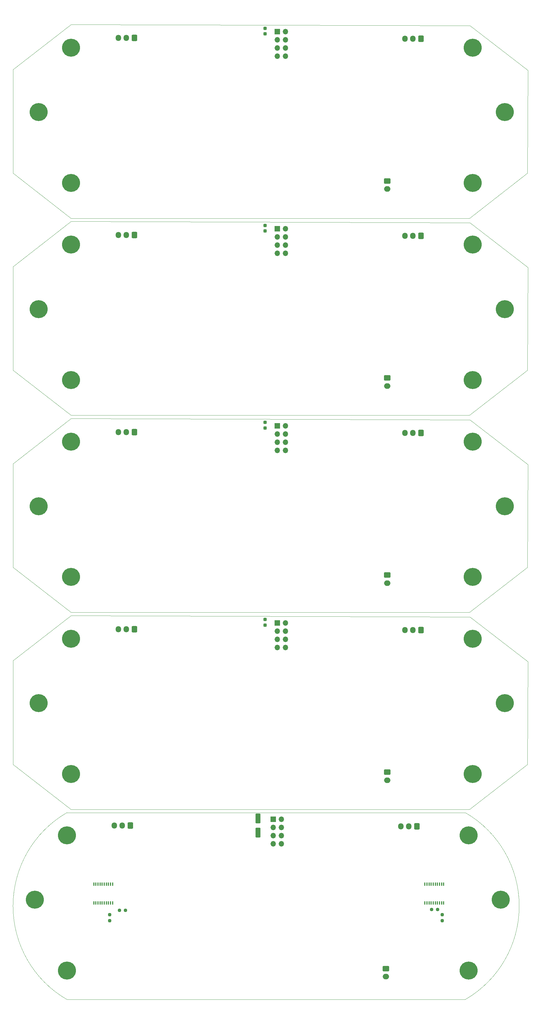
<source format=gbr>
%TF.GenerationSoftware,KiCad,Pcbnew,7.0.6-7.0.6~ubuntu20.04.1*%
%TF.CreationDate,2023-07-11T09:11:54+02:00*%
%TF.ProjectId,output_panel2023-07-11_071138.9032810000,6f757470-7574-45f7-9061-6e656c323032,rev?*%
%TF.SameCoordinates,Original*%
%TF.FileFunction,Soldermask,Bot*%
%TF.FilePolarity,Negative*%
%FSLAX45Y45*%
G04 Gerber Fmt 4.5, Leading zero omitted, Abs format (unit mm)*
G04 Created by KiCad (PCBNEW 7.0.6-7.0.6~ubuntu20.04.1) date 2023-07-11 09:11:54*
%MOMM*%
%LPD*%
G01*
G04 APERTURE LIST*
G04 Aperture macros list*
%AMRoundRect*
0 Rectangle with rounded corners*
0 $1 Rounding radius*
0 $2 $3 $4 $5 $6 $7 $8 $9 X,Y pos of 4 corners*
0 Add a 4 corners polygon primitive as box body*
4,1,4,$2,$3,$4,$5,$6,$7,$8,$9,$2,$3,0*
0 Add four circle primitives for the rounded corners*
1,1,$1+$1,$2,$3*
1,1,$1+$1,$4,$5*
1,1,$1+$1,$6,$7*
1,1,$1+$1,$8,$9*
0 Add four rect primitives between the rounded corners*
20,1,$1+$1,$2,$3,$4,$5,0*
20,1,$1+$1,$4,$5,$6,$7,0*
20,1,$1+$1,$6,$7,$8,$9,0*
20,1,$1+$1,$8,$9,$2,$3,0*%
G04 Aperture macros list end*
%TA.AperFunction,Profile*%
%ADD10C,0.100000*%
%TD*%
%TA.AperFunction,Profile*%
%ADD11C,0.050000*%
%TD*%
%ADD12C,5.600000*%
%ADD13RoundRect,0.250000X0.600000X0.725000X-0.600000X0.725000X-0.600000X-0.725000X0.600000X-0.725000X0*%
%ADD14O,1.700000X1.950000*%
%ADD15R,1.700000X1.700000*%
%ADD16O,1.700000X1.700000*%
%ADD17RoundRect,0.237500X-0.237500X0.300000X-0.237500X-0.300000X0.237500X-0.300000X0.237500X0.300000X0*%
%ADD18RoundRect,0.250000X-0.750000X0.600000X-0.750000X-0.600000X0.750000X-0.600000X0.750000X0.600000X0*%
%ADD19O,2.000000X1.700000*%
%ADD20RoundRect,0.237500X0.237500X-0.250000X0.237500X0.250000X-0.237500X0.250000X-0.237500X-0.250000X0*%
%ADD21R,0.400000X1.000000*%
%ADD22RoundRect,0.237500X-0.250000X-0.237500X0.250000X-0.237500X0.250000X0.237500X-0.250000X0.237500X0*%
%ADD23RoundRect,0.250000X-0.550000X1.250000X-0.550000X-1.250000X0.550000X-1.250000X0.550000X1.250000X0*%
%ADD24RoundRect,0.237500X0.250000X0.237500X-0.250000X0.237500X-0.250000X-0.237500X0.250000X-0.237500X0*%
G04 APERTURE END LIST*
D10*
X16050000Y-23029999D02*
X14250000Y-24429999D01*
X14250000Y-6070000D02*
X1850000Y-6070000D01*
X16070000Y-7599999D02*
X16050000Y-10789999D01*
X50000Y-13689999D02*
X1850000Y-12289999D01*
D11*
X14123822Y-30329999D02*
G75*
G03*
X14123822Y-24529999I-1674316J2900000D01*
G01*
D10*
X14250000Y-18309999D02*
X1850000Y-18309999D01*
X1850000Y-12289999D02*
X14270000Y-12329999D01*
X1723822Y-24529999D02*
X14123822Y-24529999D01*
X1723822Y-30329999D02*
X14123822Y-30329999D01*
X50000Y-23029999D02*
X50000Y-19809999D01*
X16050000Y-10789999D02*
X14250000Y-12189999D01*
X14250000Y-12189999D02*
X1850000Y-12189999D01*
X50000Y-16909999D02*
X50000Y-13689999D01*
X1850000Y-18409999D02*
X14270000Y-18449999D01*
X1850000Y-6169999D02*
X14270000Y-6209999D01*
X14250000Y-24429999D02*
X1850000Y-24429999D01*
X50000Y-1450000D02*
X1850000Y-50000D01*
X16050000Y-16909999D02*
X14250000Y-18309999D01*
X14270000Y-6209999D02*
X16070000Y-7599999D01*
X1850000Y-18309999D02*
X50000Y-16909999D01*
X16070000Y-13719999D02*
X16050000Y-16909999D01*
X50000Y-10789999D02*
X50000Y-7569999D01*
X1850000Y-6070000D02*
X50000Y-4670000D01*
X1850000Y-24429999D02*
X50000Y-23029999D01*
D11*
X1723822Y-24529999D02*
G75*
G03*
X1723822Y-30329999I1674316J-2900000D01*
G01*
D10*
X50000Y-7569999D02*
X1850000Y-6169999D01*
X14270000Y-90000D02*
X16070000Y-1480000D01*
X1850000Y-12189999D02*
X50000Y-10789999D01*
X14270000Y-12329999D02*
X16070000Y-13719999D01*
X14270000Y-18449999D02*
X16070000Y-19839999D01*
X50000Y-4670000D02*
X50000Y-1450000D01*
X16070000Y-19839999D02*
X16050000Y-23029999D01*
X16070000Y-1480000D02*
X16050000Y-4670000D01*
X50000Y-19809999D02*
X1850000Y-18409999D01*
X16050000Y-4670000D02*
X14250000Y-6070000D01*
X1850000Y-50000D02*
X14270000Y-90000D01*
D12*
X1850000Y-770000D03*
D13*
X3825000Y-472500D03*
D14*
X3575000Y-472500D03*
X3325000Y-472500D03*
D15*
X8270000Y-276000D03*
D16*
X8524000Y-276000D03*
X8270000Y-530000D03*
X8524000Y-530000D03*
X8270000Y-784000D03*
X8524000Y-784000D03*
X8270000Y-1038000D03*
X8524000Y-1038000D03*
D13*
X3698822Y-24932499D03*
D14*
X3448822Y-24932499D03*
X3198822Y-24932499D03*
D12*
X14350000Y-17209999D03*
X1850000Y-13009999D03*
X1723822Y-25229999D03*
X723822Y-27229999D03*
X14223822Y-25229999D03*
D13*
X12740400Y-18856199D03*
D14*
X12490400Y-18856199D03*
X12240400Y-18856199D03*
D12*
X1850000Y-17209999D03*
D15*
X8270000Y-12515999D03*
D16*
X8524000Y-12515999D03*
X8270000Y-12769999D03*
X8524000Y-12769999D03*
X8270000Y-13023999D03*
X8524000Y-13023999D03*
X8270000Y-13277999D03*
X8524000Y-13277999D03*
D15*
X8270000Y-6395999D03*
D16*
X8524000Y-6395999D03*
X8270000Y-6649999D03*
X8524000Y-6649999D03*
X8270000Y-6903999D03*
X8524000Y-6903999D03*
X8270000Y-7157999D03*
X8524000Y-7157999D03*
D12*
X14350000Y-6889999D03*
D13*
X12740400Y-12736199D03*
D14*
X12490400Y-12736199D03*
X12240400Y-12736199D03*
D13*
X12740400Y-6616199D03*
D14*
X12490400Y-6616199D03*
X12240400Y-6616199D03*
D12*
X1723822Y-29429999D03*
D13*
X12740400Y-496200D03*
D14*
X12490400Y-496200D03*
X12240400Y-496200D03*
D12*
X850000Y-2770000D03*
X14350000Y-770000D03*
X15350000Y-2770000D03*
X1850000Y-23329999D03*
X1850000Y-6889999D03*
X15350000Y-15009999D03*
D13*
X3825000Y-12712499D03*
D14*
X3575000Y-12712499D03*
X3325000Y-12712499D03*
D13*
X3825000Y-6592499D03*
D14*
X3575000Y-6592499D03*
X3325000Y-6592499D03*
D12*
X14350000Y-13009999D03*
D15*
X8270000Y-18635999D03*
D16*
X8524000Y-18635999D03*
X8270000Y-18889999D03*
X8524000Y-18889999D03*
X8270000Y-19143999D03*
X8524000Y-19143999D03*
X8270000Y-19397999D03*
X8524000Y-19397999D03*
D13*
X12614222Y-24956199D03*
D14*
X12364222Y-24956199D03*
X12114222Y-24956199D03*
D12*
X15350000Y-8889999D03*
X14350000Y-23329999D03*
X850000Y-8889999D03*
D13*
X3825000Y-18832499D03*
D14*
X3575000Y-18832499D03*
X3325000Y-18832499D03*
D12*
X1850000Y-19129999D03*
X15350000Y-21129999D03*
X850000Y-15009999D03*
X14223822Y-29429999D03*
X1850000Y-11089999D03*
X14350000Y-11089999D03*
X850000Y-21129999D03*
X14350000Y-4970000D03*
X1850000Y-4970000D03*
D15*
X8143822Y-24735999D03*
D16*
X8397822Y-24735999D03*
X8143822Y-24989999D03*
X8397822Y-24989999D03*
X8143822Y-25243999D03*
X8397822Y-25243999D03*
X8143822Y-25497999D03*
X8397822Y-25497999D03*
D12*
X14350000Y-19129999D03*
X15223822Y-27229999D03*
D17*
X7890000Y-12409999D03*
X7890000Y-12582499D03*
D18*
X11690000Y-23269999D03*
D19*
X11690000Y-23519999D03*
D20*
X3054822Y-27881249D03*
X3054822Y-27698749D03*
D17*
X7890000Y-18529999D03*
X7890000Y-18702499D03*
D18*
X11651322Y-29369999D03*
D19*
X11651322Y-29619999D03*
D18*
X11690000Y-17149999D03*
D19*
X11690000Y-17399999D03*
D17*
X7890000Y-6289999D03*
X7890000Y-6462499D03*
D21*
X3147322Y-27329999D03*
X3082322Y-27329999D03*
X3017322Y-27329999D03*
X2952322Y-27329999D03*
X2887322Y-27329999D03*
X2822322Y-27329999D03*
X2757322Y-27329999D03*
X2692322Y-27329999D03*
X2627322Y-27329999D03*
X2562322Y-27329999D03*
X2562322Y-26749999D03*
X2627322Y-26749999D03*
X2692322Y-26749999D03*
X2757322Y-26749999D03*
X2822322Y-26749999D03*
X2887322Y-26749999D03*
X2952322Y-26749999D03*
X3017322Y-26749999D03*
X3082322Y-26749999D03*
X3147322Y-26749999D03*
D20*
X13404822Y-27881249D03*
X13404822Y-27698749D03*
D18*
X11690000Y-4910000D03*
D19*
X11690000Y-5160000D03*
D22*
X13073572Y-27539999D03*
X13256072Y-27539999D03*
D18*
X11690000Y-11029999D03*
D19*
X11690000Y-11279999D03*
D17*
X7890000Y-170000D03*
X7890000Y-342500D03*
D23*
X7666822Y-24706999D03*
X7666822Y-25146999D03*
D21*
X13447322Y-27329999D03*
X13382322Y-27329999D03*
X13317322Y-27329999D03*
X13252322Y-27329999D03*
X13187322Y-27329999D03*
X13122322Y-27329999D03*
X13057322Y-27329999D03*
X12992322Y-27329999D03*
X12927322Y-27329999D03*
X12862322Y-27329999D03*
X12862322Y-26749999D03*
X12927322Y-26749999D03*
X12992322Y-26749999D03*
X13057322Y-26749999D03*
X13122322Y-26749999D03*
X13187322Y-26749999D03*
X13252322Y-26749999D03*
X13317322Y-26749999D03*
X13382322Y-26749999D03*
X13447322Y-26749999D03*
D24*
X3546072Y-27559999D03*
X3363572Y-27559999D03*
M02*

</source>
